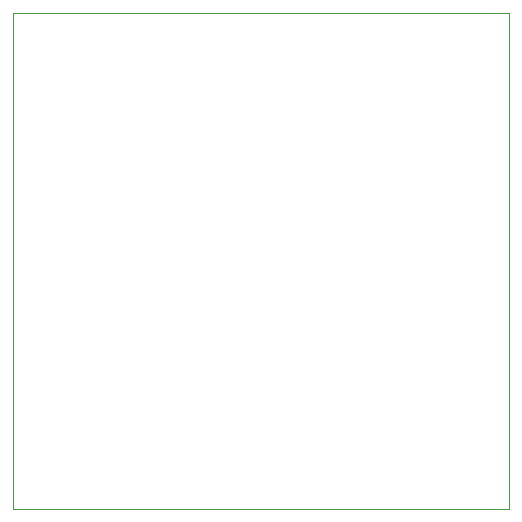
<source format=gbr>
%TF.GenerationSoftware,KiCad,Pcbnew,8.0.8*%
%TF.CreationDate,2025-02-13T16:24:07+00:00*%
%TF.ProjectId,ec30_4x4_jacplane_0.1,65633330-5f34-4783-945f-6a6163706c61,v0.1*%
%TF.SameCoordinates,PX8b3c880PY623a7c0*%
%TF.FileFunction,Other,User*%
%FSLAX46Y46*%
G04 Gerber Fmt 4.6, Leading zero omitted, Abs format (unit mm)*
G04 Created by KiCad (PCBNEW 8.0.8) date 2025-02-13 16:24:07*
%MOMM*%
%LPD*%
G01*
G04 APERTURE LIST*
%ADD10C,0.100000*%
%ADD11C,0.110000*%
%ADD12C,0.120000*%
%ADD13C,0.130000*%
G04 APERTURE END LIST*
D10*
X-21000000Y21000000D02*
X21000000Y21000000D01*
X21000000Y-21000000D01*
X-21000000Y-21000000D01*
X-21000000Y21000000D01*
D11*
%TO.C,JD_PWR1*%
X-21000000Y-11000000D02*
X-21000000Y-11000000D01*
D12*
%TO.C,GS\u002A\u002A2*%
X21000000Y0D02*
X21000000Y0D01*
D13*
%TO.C,GS\u002A\u002A1*%
X0Y21000000D02*
X0Y21000000D01*
%TD*%
M02*

</source>
